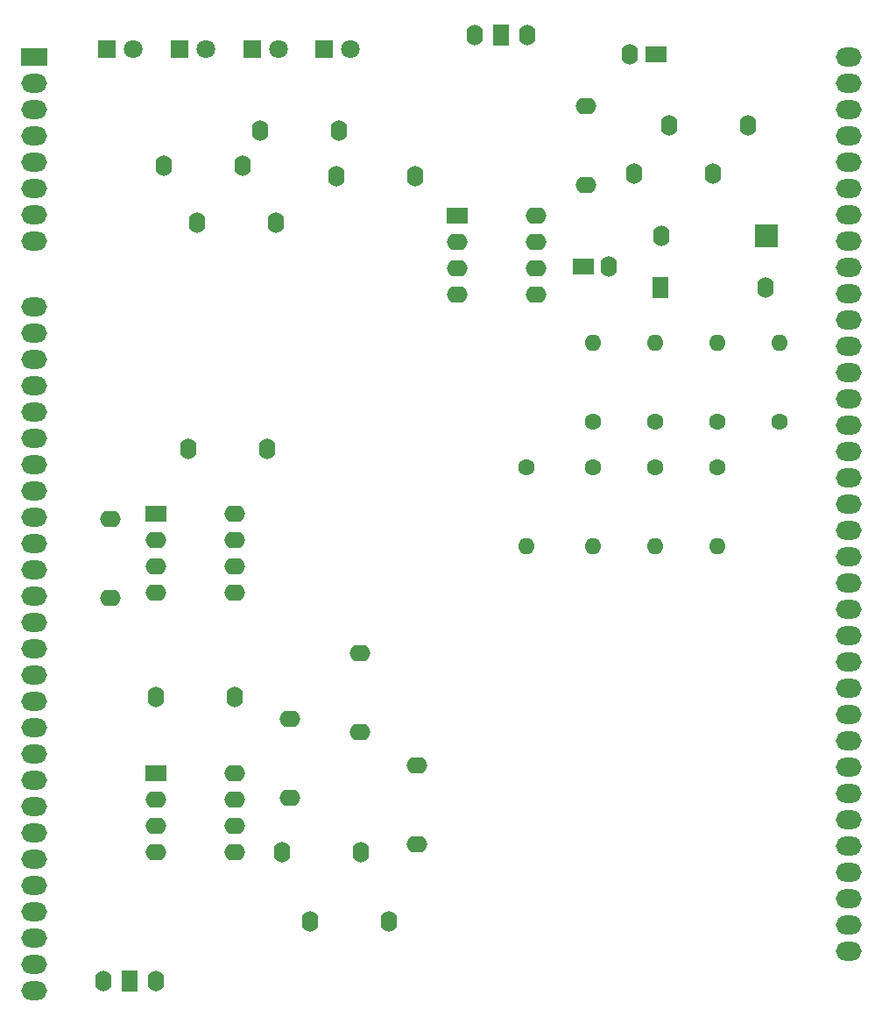
<source format=gbs>
G04 #@! TF.GenerationSoftware,KiCad,Pcbnew,7.0.10-7.0.10~ubuntu20.04.1*
G04 #@! TF.CreationDate,2024-05-27T18:28:39-03:00*
G04 #@! TF.ProjectId,Fonte_corrente_mono_V02,466f6e74-655f-4636-9f72-72656e74655f,v02*
G04 #@! TF.SameCoordinates,Original*
G04 #@! TF.FileFunction,Soldermask,Bot*
G04 #@! TF.FilePolarity,Negative*
%FSLAX46Y46*%
G04 Gerber Fmt 4.6, Leading zero omitted, Abs format (unit mm)*
G04 Created by KiCad (PCBNEW 7.0.10-7.0.10~ubuntu20.04.1) date 2024-05-27 18:28:39*
%MOMM*%
%LPD*%
G01*
G04 APERTURE LIST*
%ADD10O,1.600000X2.000000*%
%ADD11R,1.600000X2.000000*%
%ADD12O,2.000000X1.600000*%
%ADD13C,1.600000*%
%ADD14O,1.600000X1.600000*%
%ADD15R,1.800000X1.800000*%
%ADD16C,1.800000*%
%ADD17R,2.500000X1.800000*%
%ADD18O,2.500000X1.800000*%
%ADD19R,2.000000X1.600000*%
%ADD20R,2.200000X2.200000*%
G04 APERTURE END LIST*
D10*
X149500000Y-42600000D03*
D11*
X152040000Y-42600000D03*
D10*
X154580000Y-42600000D03*
D12*
X138454000Y-109964000D03*
X138454000Y-102344000D03*
D13*
X167000000Y-84380000D03*
D14*
X167000000Y-92000000D03*
D10*
X126364000Y-106554000D03*
X118744000Y-106554000D03*
X133644000Y-128254000D03*
X141264000Y-128254000D03*
D15*
X121000000Y-44000000D03*
D16*
X123540000Y-44000000D03*
D12*
X114354000Y-96974000D03*
X114354000Y-89354000D03*
D13*
X167000000Y-80000000D03*
D14*
X167000000Y-72380000D03*
D10*
X164944000Y-56000000D03*
X172564000Y-56000000D03*
D15*
X135000000Y-44000000D03*
D16*
X137540000Y-44000000D03*
D12*
X143954000Y-113144000D03*
X143954000Y-120764000D03*
D17*
X106934000Y-44704000D03*
D18*
X106934000Y-47244000D03*
X106934000Y-49784000D03*
X106934000Y-52324000D03*
X106934000Y-54864000D03*
X106934000Y-57404000D03*
X106934000Y-59944000D03*
X106934000Y-62484000D03*
D19*
X118745000Y-113919000D03*
D12*
X118745000Y-116459000D03*
X118745000Y-118999000D03*
X118745000Y-121539000D03*
X126365000Y-121539000D03*
X126365000Y-118999000D03*
X126365000Y-116459000D03*
X126365000Y-113919000D03*
D10*
X121844000Y-82554000D03*
X129464000Y-82554000D03*
D15*
X114000000Y-44000000D03*
D16*
X116540000Y-44000000D03*
D18*
X106934000Y-68834000D03*
X106934000Y-71374000D03*
X106934000Y-73914000D03*
X106934000Y-76454000D03*
X106934000Y-78994000D03*
X106934000Y-81534000D03*
X106934000Y-84074000D03*
X106934000Y-86614000D03*
X106934000Y-89154000D03*
X106934000Y-91694000D03*
X106934000Y-94234000D03*
X106934000Y-96774000D03*
X106934000Y-99314000D03*
X106934000Y-101854000D03*
X106934000Y-104394000D03*
X106934000Y-106934000D03*
X106934000Y-109474000D03*
X106934000Y-112014000D03*
X106934000Y-114554000D03*
X106934000Y-117094000D03*
X106934000Y-119634000D03*
X106934000Y-122174000D03*
X106934000Y-124714000D03*
X106934000Y-127254000D03*
X106934000Y-129794000D03*
X106934000Y-132334000D03*
X106934000Y-134874000D03*
D12*
X131654000Y-108644000D03*
X131654000Y-116264000D03*
D10*
X136398000Y-51816000D03*
X128778000Y-51816000D03*
D18*
X185674000Y-44704000D03*
X185674000Y-47244000D03*
X185674000Y-49784000D03*
X185674000Y-52324000D03*
X185674000Y-54864000D03*
X185674000Y-57404000D03*
X185674000Y-59944000D03*
X185674000Y-62484000D03*
X185674000Y-65024000D03*
X185674000Y-67564000D03*
X185674000Y-70104000D03*
X185674000Y-72644000D03*
X185674000Y-75184000D03*
X185674000Y-77724000D03*
X185674000Y-80264000D03*
X185674000Y-82804000D03*
X185674000Y-85344000D03*
X185674000Y-87884000D03*
X185674000Y-90424000D03*
X185674000Y-92964000D03*
X185674000Y-95504000D03*
X185674000Y-98044000D03*
X185674000Y-100584000D03*
X185674000Y-103124000D03*
X185674000Y-105664000D03*
X185674000Y-108204000D03*
X185674000Y-110744000D03*
X185674000Y-113284000D03*
X185674000Y-115824000D03*
X185674000Y-118364000D03*
X185674000Y-120904000D03*
X185674000Y-123444000D03*
X185674000Y-125984000D03*
X185674000Y-128524000D03*
X185674000Y-131064000D03*
D10*
X113665000Y-133985000D03*
D11*
X116205000Y-133985000D03*
D10*
X118745000Y-133985000D03*
D12*
X160254000Y-57064000D03*
X160254000Y-49444000D03*
D10*
X162500000Y-65000000D03*
D19*
X160000000Y-65000000D03*
D15*
X128000000Y-44000000D03*
D16*
X130540000Y-44000000D03*
D19*
X147828000Y-60071000D03*
D12*
X147828000Y-62611000D03*
X147828000Y-65151000D03*
X147828000Y-67691000D03*
X155448000Y-67691000D03*
X155448000Y-65151000D03*
X155448000Y-62611000D03*
X155448000Y-60071000D03*
D10*
X143764000Y-56261000D03*
X136144000Y-56261000D03*
X175964000Y-51354000D03*
X168344000Y-51354000D03*
D20*
X177734000Y-62000000D03*
D10*
X167574000Y-62000000D03*
D13*
X154500000Y-84380000D03*
D14*
X154500000Y-92000000D03*
D10*
X164548900Y-44454000D03*
D19*
X167048900Y-44454000D03*
D11*
X167474000Y-67000000D03*
D10*
X177634000Y-67000000D03*
D13*
X173000000Y-84380000D03*
D14*
X173000000Y-92000000D03*
D19*
X118754000Y-88854000D03*
D12*
X118754000Y-91394000D03*
X118754000Y-93934000D03*
X118754000Y-96474000D03*
X126374000Y-96474000D03*
X126374000Y-93934000D03*
X126374000Y-91394000D03*
X126374000Y-88854000D03*
D13*
X161000000Y-84380000D03*
D14*
X161000000Y-92000000D03*
D10*
X119507000Y-55245000D03*
X127127000Y-55245000D03*
D13*
X179000000Y-80000000D03*
D14*
X179000000Y-72380000D03*
D13*
X173000000Y-80000000D03*
D14*
X173000000Y-72380000D03*
D10*
X130944000Y-121554000D03*
X138564000Y-121554000D03*
D13*
X161000000Y-80000000D03*
D14*
X161000000Y-72380000D03*
D10*
X122682000Y-60706000D03*
X130302000Y-60706000D03*
M02*

</source>
